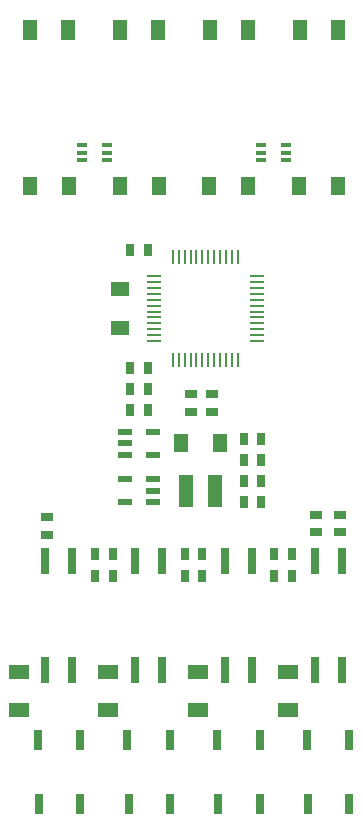
<source format=gbp>
G04 #@! TF.GenerationSoftware,KiCad,Pcbnew,(5.1.9)-1*
G04 #@! TF.CreationDate,2023-02-03T00:57:47+01:00*
G04 #@! TF.ProjectId,Base,42617365-2e6b-4696-9361-645f70636258,rev?*
G04 #@! TF.SameCoordinates,Original*
G04 #@! TF.FileFunction,Paste,Bot*
G04 #@! TF.FilePolarity,Positive*
%FSLAX46Y46*%
G04 Gerber Fmt 4.6, Leading zero omitted, Abs format (unit mm)*
G04 Created by KiCad (PCBNEW (5.1.9)-1) date 2023-02-03 00:57:47*
%MOMM*%
%LPD*%
G01*
G04 APERTURE LIST*
%ADD10R,0.800000X2.200000*%
%ADD11R,1.000000X0.700000*%
%ADD12R,1.200000X0.550000*%
%ADD13R,1.200000X1.700000*%
%ADD14R,1.700000X1.200000*%
%ADD15R,0.700000X1.000000*%
%ADD16R,1.200000X1.600000*%
%ADD17R,1.300000X0.250000*%
%ADD18R,0.250000X1.300000*%
%ADD19R,0.900000X0.350000*%
%ADD20R,1.300000X2.800000*%
%ADD21R,0.800000X1.800000*%
%ADD22R,1.600000X1.200000*%
G04 APERTURE END LIST*
D10*
X35750000Y-73400000D03*
X33450000Y-73400000D03*
X33450000Y-82600000D03*
X35750000Y-82600000D03*
D11*
X18400000Y-71150000D03*
X18400000Y-69650000D03*
D12*
X24993500Y-66447500D03*
X24993500Y-68352500D03*
X27406500Y-68352500D03*
X27406500Y-67400000D03*
X27406500Y-66447500D03*
D13*
X17000000Y-28400000D03*
X20200000Y-28400000D03*
X24600000Y-28400000D03*
X27800000Y-28400000D03*
X32200000Y-28400000D03*
X35400000Y-28400000D03*
X39800000Y-28400000D03*
X43000000Y-28400000D03*
D14*
X16000000Y-86000000D03*
X16000000Y-82800000D03*
X23600000Y-86000000D03*
X23600000Y-82800000D03*
X31200000Y-86000000D03*
X31200000Y-82800000D03*
X38800000Y-86000000D03*
X38800000Y-82800000D03*
D15*
X22450000Y-72800000D03*
X23950000Y-72800000D03*
X30050000Y-72800000D03*
X31550000Y-72800000D03*
X37650000Y-72800000D03*
X39150000Y-72800000D03*
D11*
X41200000Y-70950000D03*
X41200000Y-69450000D03*
X32400000Y-60750000D03*
X32400000Y-59250000D03*
D16*
X20250000Y-41600000D03*
X16950000Y-41600000D03*
X27850000Y-41600000D03*
X24550000Y-41600000D03*
X35450000Y-41600000D03*
X32150000Y-41600000D03*
X43050000Y-41600000D03*
X39750000Y-41600000D03*
D10*
X20550000Y-73400000D03*
X18250000Y-73400000D03*
X18250000Y-82600000D03*
X20550000Y-82600000D03*
X28150000Y-73400000D03*
X25850000Y-73400000D03*
X25850000Y-82600000D03*
X28150000Y-82600000D03*
X43350000Y-73400000D03*
X41050000Y-73400000D03*
X41050000Y-82600000D03*
X43350000Y-82600000D03*
D17*
X36150000Y-54750000D03*
X36150000Y-54250000D03*
X36150000Y-53750000D03*
X36150000Y-53250000D03*
X36150000Y-52750000D03*
X36150000Y-52250000D03*
X36150000Y-51750000D03*
X36150000Y-51250000D03*
X36150000Y-50750000D03*
X36150000Y-50250000D03*
X36150000Y-49750000D03*
X36150000Y-49250000D03*
D18*
X34550000Y-47650000D03*
X34050000Y-47650000D03*
X33550000Y-47650000D03*
X33050000Y-47650000D03*
X32550000Y-47650000D03*
X32050000Y-47650000D03*
X31550000Y-47650000D03*
X31050000Y-47650000D03*
X30550000Y-47650000D03*
X30050000Y-47650000D03*
X29550000Y-47650000D03*
X29050000Y-47650000D03*
D17*
X27450000Y-49250000D03*
X27450000Y-49750000D03*
X27450000Y-50250000D03*
X27450000Y-50750000D03*
X27450000Y-51250000D03*
X27450000Y-51750000D03*
X27450000Y-52250000D03*
X27450000Y-52750000D03*
X27450000Y-53250000D03*
X27450000Y-53750000D03*
X27450000Y-54250000D03*
X27450000Y-54750000D03*
D18*
X29050000Y-56350000D03*
X29550000Y-56350000D03*
X30050000Y-56350000D03*
X30550000Y-56350000D03*
X31050000Y-56350000D03*
X31550000Y-56350000D03*
X32050000Y-56350000D03*
X32550000Y-56350000D03*
X33050000Y-56350000D03*
X33550000Y-56350000D03*
X34050000Y-56350000D03*
X34550000Y-56350000D03*
D12*
X27406500Y-64352500D03*
X27406500Y-62447500D03*
X24993500Y-62447500D03*
X24993500Y-63400000D03*
X24993500Y-64352500D03*
D15*
X23950000Y-74600000D03*
X22450000Y-74600000D03*
X31550000Y-74600000D03*
X30050000Y-74600000D03*
X39150000Y-74600000D03*
X37650000Y-74600000D03*
D11*
X43200000Y-69450000D03*
X43200000Y-70950000D03*
D19*
X23450000Y-38800000D03*
X23450000Y-38150000D03*
X23450000Y-39450000D03*
X21350000Y-39450000D03*
X21350000Y-38150000D03*
X21350000Y-38800000D03*
X38650000Y-38800000D03*
X38650000Y-38150000D03*
X38650000Y-39450000D03*
X36550000Y-39450000D03*
X36550000Y-38150000D03*
X36550000Y-38800000D03*
D11*
X30600000Y-59250000D03*
X30600000Y-60750000D03*
D15*
X25450000Y-58800000D03*
X26950000Y-58800000D03*
X26950000Y-57000000D03*
X25450000Y-57000000D03*
X26950000Y-60600000D03*
X25450000Y-60600000D03*
X36550000Y-66600000D03*
X35050000Y-66600000D03*
D16*
X33050000Y-63400000D03*
X29750000Y-63400000D03*
D20*
X32650000Y-67400000D03*
X30150000Y-67400000D03*
D15*
X35050000Y-64800000D03*
X36550000Y-64800000D03*
X35050000Y-63000000D03*
X36550000Y-63000000D03*
D21*
X21200000Y-93900000D03*
X17700000Y-93900000D03*
X17600000Y-88500000D03*
X21200000Y-88500000D03*
X28800000Y-93900000D03*
X25300000Y-93900000D03*
X25200000Y-88500000D03*
X28800000Y-88500000D03*
X36400000Y-93900000D03*
X32900000Y-93900000D03*
X32800000Y-88500000D03*
X36400000Y-88500000D03*
X44000000Y-93900000D03*
X40500000Y-93900000D03*
X40400000Y-88500000D03*
X44000000Y-88500000D03*
D15*
X36550000Y-68400000D03*
X35050000Y-68400000D03*
X25450000Y-47000000D03*
X26950000Y-47000000D03*
D22*
X24600000Y-50350000D03*
X24600000Y-53650000D03*
M02*

</source>
